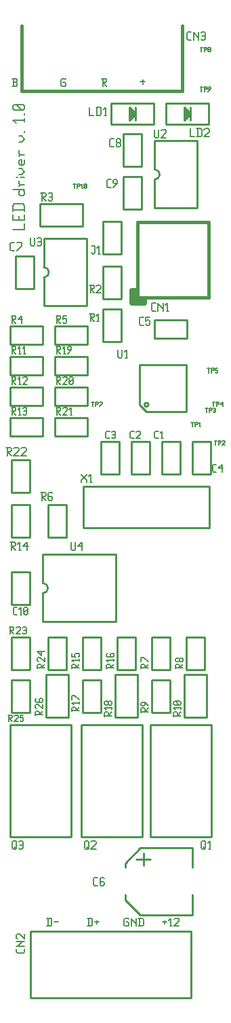
<source format=gbr>
G04 start of page 8 for group -4079 idx -4079 *
G04 Title: LED driver v. 0.1, topsilk *
G04 Creator: pcb 1.99x *
G04 CreationDate: Sun Jul 26 20:33:58 2009 UTC *
G04 For: davidellsworth *
G04 Format: Gerber/RS-274X *
G04 PCB-Dimensions: 113000 481000 *
G04 PCB-Coordinate-Origin: lower left *
%MOIN*%
%FSLAX24Y24*%
%LNFRONTSILK*%
%ADD16C,0.0100*%
%ADD22C,0.0250*%
%ADD45C,0.0070*%
%ADD46C,0.0150*%
G54D45*X2448Y4104D02*Y3720D01*
X2592Y4104D02*X2640Y4056D01*
Y3768D01*
X2592Y3720D02*X2640Y3768D01*
X2400Y3720D02*X2592D01*
X2400Y4104D02*X2592D01*
X2755Y3912D02*X2947D01*
X4448Y4104D02*Y3720D01*
X4592Y4104D02*X4640Y4056D01*
Y3768D01*
X4592Y3720D02*X4640Y3768D01*
X4400Y3720D02*X4592D01*
X4400Y4104D02*X4592D01*
X4755Y3912D02*X4947D01*
X4851Y4008D02*Y3816D01*
X740Y37900D02*X1300D01*
Y38180D02*Y37900D01*
X1020Y38558D02*Y38348D01*
X1300Y38628D02*Y38348D01*
X740D02*X1300D01*
X740Y38628D02*Y38348D01*
Y38866D02*X1300D01*
X740Y39076D02*X810Y39146D01*
X1230D01*
X1300Y39076D02*X1230Y39146D01*
X1300Y39076D02*Y38796D01*
X740Y39076D02*Y38796D01*
Y39846D02*X1300D01*
Y39776D02*X1230Y39846D01*
X1300Y39776D02*Y39636D01*
X1230Y39566D02*X1300Y39636D01*
X1090Y39566D02*X1230D01*
X1090D02*X1020Y39636D01*
Y39776D02*Y39636D01*
Y39776D02*X1090Y39846D01*
Y40084D02*X1300D01*
X1090D02*X1020Y40154D01*
Y40294D02*Y40154D01*
Y40014D02*X1090Y40084D01*
X880Y40462D02*X950D01*
X1090D02*X1300D01*
X1020Y40602D02*X1160D01*
X1300Y40742D01*
X1160Y40882D01*
X1020D02*X1160D01*
X1300Y41330D02*Y41120D01*
X1230Y41050D02*X1300Y41120D01*
X1090Y41050D02*X1230D01*
X1090D02*X1020Y41120D01*
Y41260D02*Y41120D01*
Y41260D02*X1090Y41330D01*
X1160D02*Y41050D01*
X1090Y41330D02*X1160D01*
X1090Y41569D02*X1300D01*
X1090D02*X1020Y41639D01*
Y41779D02*Y41639D01*
Y41499D02*X1090Y41569D01*
X1020Y42199D02*X1160D01*
X1300Y42339D01*
X1160Y42479D01*
X1020D02*X1160D01*
X1300Y42717D02*Y42647D01*
Y43347D02*Y43207D01*
X740Y43277D02*X1300D01*
X880Y43137D02*X740Y43277D01*
X1300Y43585D02*Y43515D01*
X1230Y43753D02*X1300Y43823D01*
X810Y43753D02*X1230D01*
X810D02*X740Y43823D01*
Y43963D02*Y43823D01*
Y43963D02*X810Y44033D01*
X1230D01*
X1300Y43963D02*X1230Y44033D01*
X1300Y43963D02*Y43823D01*
X1160Y43753D02*X880Y44033D01*
X7000Y45146D02*X7236D01*
X7118Y45264D02*Y45028D01*
X3292Y45304D02*X3340Y45256D01*
X3148Y45304D02*X3292D01*
X3100Y45256D02*X3148Y45304D01*
X3100Y45256D02*Y44968D01*
X3148Y44920D01*
X3292D01*
X3340Y44968D01*
Y45064D02*Y44968D01*
X3292Y45112D02*X3340Y45064D01*
X3196Y45112D02*X3292D01*
X5100Y45304D02*X5292D01*
X5340Y45256D01*
Y45160D01*
X5292Y45112D02*X5340Y45160D01*
X5148Y45112D02*X5292D01*
X5148Y45304D02*Y44920D01*
Y45112D02*X5340Y44920D01*
X700D02*X892D01*
X940Y44968D01*
Y45064D02*Y44968D01*
X892Y45112D02*X940Y45064D01*
X748Y45112D02*X892D01*
X748Y45304D02*Y44920D01*
X700Y45304D02*X892D01*
X940Y45256D01*
Y45160D01*
X892Y45112D02*X940Y45160D01*
X6392Y4104D02*X6440Y4056D01*
X6248Y4104D02*X6392D01*
X6200Y4056D02*X6248Y4104D01*
X6200Y4056D02*Y3768D01*
X6248Y3720D01*
X6392D01*
X6440Y3768D01*
Y3864D02*Y3768D01*
X6392Y3912D02*X6440Y3864D01*
X6296Y3912D02*X6392D01*
X6555Y4104D02*Y3720D01*
Y4104D02*Y4056D01*
X6795Y3816D01*
Y4104D02*Y3720D01*
X6958Y4104D02*Y3720D01*
X7102Y4104D02*X7150Y4056D01*
Y3768D01*
X7102Y3720D02*X7150Y3768D01*
X6910Y3720D02*X7102D01*
X6910Y4104D02*X7102D01*
X8100Y3912D02*X8292D01*
X8196Y4008D02*Y3816D01*
X8455Y3720D02*X8551D01*
X8503Y4104D02*Y3720D01*
X8407Y4008D02*X8503Y4104D01*
X8666Y4056D02*X8714Y4104D01*
X8858D01*
X8906Y4056D01*
Y3960D01*
X8666Y3720D02*X8906Y3960D01*
X8666Y3720D02*X8906D01*
G54D16*X9550Y27500D02*Y25900D01*
Y27500D02*X10450D01*
Y25900D01*
X9550D02*X10450D01*
X4200Y23250D02*X10400D01*
Y25300D02*Y23250D01*
X4200Y25300D02*X10400D01*
X4200D02*Y23250D01*
X8950Y27500D02*Y25900D01*
X8050D02*X8950D01*
X8050Y27500D02*Y25900D01*
Y27500D02*X8950D01*
X5050D02*Y25900D01*
Y27500D02*X5950D01*
Y25900D01*
X5050D02*X5950D01*
X7450Y27500D02*Y25900D01*
X6550D02*X7450D01*
X6550Y27500D02*Y25900D01*
Y27500D02*X7450D01*
X6950Y31250D02*Y29300D01*
X7300Y28950D01*
X9250Y31250D02*Y28950D01*
X7300D02*X9250D01*
X6950Y31250D02*X9250D01*
X7300Y29200D02*G75*G03X7300Y29200I0J100D01*G01*
X7700Y32550D02*X9300D01*
X7700Y33450D02*Y32550D01*
Y33450D02*X9300D01*
Y32550D01*
X4400Y33150D02*X2800D01*
X4400Y32250D02*Y33150D01*
X2800Y32250D02*X4400D01*
X2800Y33150D02*Y32250D01*
X4150Y15800D02*Y14200D01*
Y15800D02*X5050D01*
Y14200D01*
X4150D02*X5050D01*
X5750Y13950D02*X6850D01*
X5750Y16050D02*Y13950D01*
Y16050D02*X6850D01*
Y13950D01*
X650Y15800D02*Y14200D01*
Y15800D02*X1550D01*
Y14200D01*
X650D02*X1550D01*
X2350Y13950D02*X3450D01*
X2350Y16050D02*Y13950D01*
Y16050D02*X3450D01*
Y13950D01*
X9150D02*X10250D01*
X9150Y16050D02*Y13950D01*
Y16050D02*X10250D01*
Y13950D01*
X7550Y15800D02*Y14200D01*
Y15800D02*X8450D01*
Y14200D01*
X7550D02*X8450D01*
X4100Y8100D02*X7100D01*
X4100Y13600D02*X7100D01*
X4100D02*Y8100D01*
X7100Y13600D02*Y8100D01*
X600D02*X3600D01*
X600Y13600D02*X3600D01*
X600D02*Y8100D01*
X3600Y13600D02*Y8100D01*
X9550Y7550D02*X7000D01*
X9550D02*Y6600D01*
Y5250D02*Y4250D01*
X7000D01*
X6250Y5000D02*X7000Y4250D01*
Y7550D02*X6250Y6800D01*
Y6600D01*
Y5250D02*Y5000D01*
X6800Y7000D02*X7500D01*
X7150Y7300D02*Y6700D01*
X9484Y3474D02*Y207D01*
X1610Y3474D02*X9484D01*
X1610D02*Y207D01*
X9484D01*
X7500Y8100D02*X10500D01*
X7500Y13600D02*X10500D01*
X7500D02*Y8100D01*
X10500Y13600D02*Y8100D01*
X9250Y17900D02*Y16300D01*
Y17900D02*X10150D01*
Y16300D01*
X9250D02*X10150D01*
X7550Y17900D02*Y16300D01*
Y17900D02*X8450D01*
Y16300D01*
X7550D02*X8450D01*
X650Y17900D02*Y16300D01*
Y17900D02*X1550D01*
Y16300D01*
X650D02*X1550D01*
X2450Y17900D02*Y16300D01*
Y17900D02*X3350D01*
Y16300D01*
X2450D02*X3350D01*
X650Y21100D02*Y19500D01*
Y21100D02*X1550D01*
Y19500D01*
X650D02*X1550D01*
X5850Y17900D02*Y16300D01*
Y17900D02*X6750D01*
Y16300D01*
X5850D02*X6750D01*
X4150Y17900D02*Y16300D01*
Y17900D02*X5050D01*
Y16300D01*
X4150D02*X5050D01*
X2200Y21950D02*Y20550D01*
Y20050D02*Y18650D01*
Y21950D02*X5800D01*
Y18650D01*
X2200D02*X5800D01*
X2200Y20050D02*G75*G03X2200Y20550I0J250D01*G01*
X650Y26600D02*Y25000D01*
Y26600D02*X1550D01*
Y25000D01*
X650D02*X1550D01*
X2450Y24400D02*Y22800D01*
Y24400D02*X3350D01*
Y22800D01*
X2450D02*X3350D01*
X650Y24400D02*Y22800D01*
Y24400D02*X1550D01*
Y22800D01*
X650D02*X1550D01*
X5150Y38300D02*Y36700D01*
Y38300D02*X6050D01*
Y36700D01*
X5150D02*X6050D01*
X1750Y36600D02*Y35000D01*
X850D02*X1750D01*
X850Y36600D02*Y35000D01*
Y36600D02*X1750D01*
X2250Y37450D02*Y36050D01*
Y35550D02*Y34150D01*
Y37450D02*X4350D01*
Y34150D01*
X2250D02*X4350D01*
X2250Y35550D02*G75*G03X2250Y36050I0J250D01*G01*
X5150Y36100D02*Y34500D01*
Y36100D02*X6050D01*
Y34500D01*
X5150D02*X6050D01*
X2200Y31650D02*X600D01*
X2200Y30750D02*Y31650D01*
X600Y30750D02*X2200D01*
X600Y31650D02*Y30750D01*
X2200Y30150D02*X600D01*
X2200Y29250D02*Y30150D01*
X600Y29250D02*X2200D01*
X600Y30150D02*Y29250D01*
X2800Y31650D02*X4400D01*
Y30750D01*
X2800D02*X4400D01*
X2800Y31650D02*Y30750D01*
Y30150D02*X4400D01*
Y29250D01*
X2800D02*X4400D01*
X2800Y30150D02*Y29250D01*
X5150Y34000D02*Y32400D01*
Y34000D02*X6050D01*
Y32400D01*
X5150D02*X6050D01*
X2800Y28650D02*X4400D01*
Y27750D01*
X2800D02*X4400D01*
X2800Y28650D02*Y27750D01*
X2200Y33150D02*X600D01*
X2200Y32250D02*Y33150D01*
X600Y32250D02*X2200D01*
X600Y33150D02*Y32250D01*
X2200Y28650D02*X600D01*
X2200Y27750D02*Y28650D01*
X600Y27750D02*X2200D01*
X600Y28650D02*Y27750D01*
X6600Y43700D02*Y43450D01*
X6550Y43750D02*Y43400D01*
X6500Y43850D02*Y43350D01*
X6450Y43900D02*X6750Y43600D01*
X6450Y43900D02*Y43250D01*
X6750Y43550D02*X6450Y43250D01*
X6750Y43900D02*Y43250D01*
X6700Y43600D02*Y43550D01*
X5550Y44100D02*X7650D01*
X6650Y43650D02*Y43500D01*
X5550Y43050D02*X7650D01*
X5550Y44100D02*Y43050D01*
X7650Y44100D02*Y43050D01*
X9300Y43700D02*Y43450D01*
X9250Y43750D02*Y43400D01*
X9200Y43850D02*Y43350D01*
X9150Y43900D02*X9450Y43600D01*
X9150Y43900D02*Y43250D01*
X9450Y43550D02*X9150Y43250D01*
X9450Y43900D02*Y43250D01*
X9400Y43600D02*Y43550D01*
X8250Y44100D02*X10350D01*
X9350Y43650D02*Y43500D01*
X8250Y43050D02*X10350D01*
X8250Y44100D02*Y43050D01*
X10350Y44100D02*Y43050D01*
G54D46*X1150Y47900D02*Y44700D01*
X9000D01*
X9050Y47900D02*Y44700D01*
G54D16*X7050Y42600D02*Y41000D01*
X6150D02*X7050D01*
X6150Y42600D02*Y41000D01*
Y42600D02*X7050D01*
X6150Y40500D02*Y38900D01*
Y40500D02*X7050D01*
Y38900D01*
X6150D02*X7050D01*
X2050Y39150D02*Y38050D01*
Y39150D02*X4150D01*
Y38050D01*
X2050D02*X4150D01*
X7700Y42250D02*Y40850D01*
Y40350D02*Y38950D01*
Y42250D02*X9800D01*
Y38950D01*
X7700D02*X9800D01*
X7700Y40350D02*G75*G03X7700Y40850I0J250D01*G01*
G54D22*X6600Y34450D02*X7200D01*
X6750Y34900D02*Y34300D01*
X6600Y34900D02*Y34300D01*
Y34900D02*X6800D01*
X7200Y34300D02*Y34500D01*
X6600Y34300D02*X7200D01*
G54D46*X6850Y34550D02*Y38250D01*
X10350D02*Y34550D01*
X6850D01*
Y38250D02*X10350D01*
G54D45*X400Y27200D02*X600D01*
X650Y27150D01*
Y27050D01*
X600Y27000D02*X650Y27050D01*
X450Y27000D02*X600D01*
X450Y27200D02*Y26800D01*
Y27000D02*X650Y26800D01*
X770Y27150D02*X820Y27200D01*
X970D01*
X1020Y27150D01*
Y27050D01*
X770Y26800D02*X1020Y27050D01*
X770Y26800D02*X1020D01*
X1140Y27150D02*X1190Y27200D01*
X1340D01*
X1390Y27150D01*
Y27050D01*
X1140Y26800D02*X1390Y27050D01*
X1140Y26800D02*X1390D01*
X10594Y26005D02*X10728D01*
X10550Y26049D02*X10594Y26005D01*
X10550Y26316D02*Y26049D01*
Y26316D02*X10594Y26361D01*
X10728D01*
X10834Y26183D02*X11012Y26361D01*
X10834Y26183D02*X11057D01*
X11012Y26361D02*Y26005D01*
X4100Y25900D02*Y25850D01*
X4350Y25600D01*
Y25500D01*
X4100Y25600D02*Y25500D01*
Y25600D02*X4350Y25850D01*
Y25900D02*Y25850D01*
X4520Y25500D02*X4620D01*
X4570Y25900D02*Y25500D01*
X4470Y25800D02*X4570Y25900D01*
X2100Y25000D02*X2300D01*
X2350Y24950D01*
Y24850D01*
X2300Y24800D02*X2350Y24850D01*
X2150Y24800D02*X2300D01*
X2150Y25000D02*Y24600D01*
Y24800D02*X2350Y24600D01*
X2620Y25000D02*X2670Y24950D01*
X2520Y25000D02*X2620D01*
X2470Y24950D02*X2520Y25000D01*
X2470Y24950D02*Y24650D01*
X2520Y24600D01*
X2620Y24800D02*X2670Y24750D01*
X2470Y24800D02*X2620D01*
X2520Y24600D02*X2620D01*
X2670Y24650D01*
Y24750D02*Y24650D01*
X10650Y27544D02*X10762D01*
X10706D02*Y27320D01*
X10857Y27544D02*Y27320D01*
X10829Y27544D02*X10941D01*
X10969Y27516D01*
Y27460D01*
X10941Y27432D02*X10969Y27460D01*
X10857Y27432D02*X10941D01*
X11036Y27516D02*X11064Y27544D01*
X11148D01*
X11176Y27516D01*
Y27460D01*
X11036Y27320D02*X11176Y27460D01*
X11036Y27320D02*X11176D01*
X2850Y29161D02*X3028D01*
X3072Y29116D01*
Y29027D01*
X3028Y28983D02*X3072Y29027D01*
X2894Y28983D02*X3028D01*
X2894Y29161D02*Y28805D01*
Y28983D02*X3072Y28805D01*
X3179Y29116D02*X3223Y29161D01*
X3357D01*
X3401Y29116D01*
Y29027D01*
X3179Y28805D02*X3401Y29027D01*
X3179Y28805D02*X3401D01*
X3553D02*X3642D01*
X3597Y29161D02*Y28805D01*
X3508Y29072D02*X3597Y29161D01*
X650D02*X828D01*
X872Y29116D01*
Y29027D01*
X828Y28983D02*X872Y29027D01*
X694Y28983D02*X828D01*
X694Y29161D02*Y28805D01*
Y28983D02*X872Y28805D01*
X1023D02*X1112D01*
X1068Y29161D02*Y28805D01*
X979Y29072D02*X1068Y29161D01*
X1219Y29116D02*X1264Y29161D01*
X1353D01*
X1397Y29116D01*
Y28849D01*
X1353Y28805D02*X1397Y28849D01*
X1264Y28805D02*X1353D01*
X1219Y28849D02*X1264Y28805D01*
Y28983D02*X1397D01*
X8639Y14178D02*Y14000D01*
Y14178D02*X8683Y14222D01*
X8772D01*
X8817Y14178D02*X8772Y14222D01*
X8817Y14178D02*Y14044D01*
X8639D02*X8995D01*
X8817D02*X8995Y14222D01*
Y14462D02*Y14373D01*
X8639Y14418D02*X8995D01*
X8728Y14329D02*X8639Y14418D01*
X8950Y14569D02*X8995Y14614D01*
X8683Y14569D02*X8950D01*
X8683D02*X8639Y14614D01*
Y14703D02*Y14614D01*
Y14703D02*X8683Y14747D01*
X8950D01*
X8995Y14703D02*X8950Y14747D01*
X8995Y14703D02*Y14614D01*
X8906Y14569D02*X8728Y14747D01*
X8739Y16528D02*Y16350D01*
Y16528D02*X8783Y16572D01*
X8872D01*
X8917Y16528D02*X8872Y16572D01*
X8917Y16528D02*Y16394D01*
X8739D02*X9095D01*
X8917D02*X9095Y16572D01*
X9050Y16679D02*X9095Y16723D01*
X8961Y16679D02*X9050D01*
X8961D02*X8917Y16723D01*
Y16812D02*Y16723D01*
Y16812D02*X8961Y16857D01*
X9050D01*
X9095Y16812D02*X9050Y16857D01*
X9095Y16812D02*Y16723D01*
X8872Y16679D02*X8917Y16723D01*
X8783Y16679D02*X8872D01*
X8783D02*X8739Y16723D01*
Y16812D02*Y16723D01*
Y16812D02*X8783Y16857D01*
X8872D01*
X8917Y16812D02*X8872Y16857D01*
X7039Y14378D02*Y14200D01*
Y14378D02*X7083Y14422D01*
X7172D01*
X7217Y14378D02*X7172Y14422D01*
X7217Y14378D02*Y14244D01*
X7039D02*X7395D01*
X7217D02*X7395Y14422D01*
Y14529D02*X7217Y14707D01*
X7083D02*X7217D01*
X7039Y14662D02*X7083Y14707D01*
X7039Y14662D02*Y14573D01*
X7083Y14529D02*X7039Y14573D01*
X7083Y14529D02*X7172D01*
X7217Y14573D01*
Y14707D02*Y14573D01*
X4250Y7850D02*Y7550D01*
Y7850D02*X4300Y7900D01*
X4400D01*
X4450Y7850D01*
Y7550D01*
X4400Y7500D02*X4450Y7550D01*
X4300Y7500D02*X4400D01*
X4250Y7550D02*X4300Y7500D01*
X4350Y7600D02*X4450Y7500D01*
X4570Y7850D02*X4620Y7900D01*
X4770D01*
X4820Y7850D01*
Y7750D01*
X4570Y7500D02*X4820Y7750D01*
X4570Y7500D02*X4820D01*
X4750Y5700D02*X4900D01*
X4700Y5750D02*X4750Y5700D01*
X4700Y6050D02*Y5750D01*
Y6050D02*X4750Y6100D01*
X4900D01*
X5170D02*X5220Y6050D01*
X5070Y6100D02*X5170D01*
X5020Y6050D02*X5070Y6100D01*
X5020Y6050D02*Y5750D01*
X5070Y5700D01*
X5170Y5900D02*X5220Y5850D01*
X5020Y5900D02*X5170D01*
X5070Y5700D02*X5170D01*
X5220Y5750D01*
Y5850D02*Y5750D01*
X10000Y7850D02*Y7550D01*
Y7850D02*X10050Y7900D01*
X10150D01*
X10200Y7850D01*
Y7550D01*
X10150Y7500D02*X10200Y7550D01*
X10050Y7500D02*X10150D01*
X10000Y7550D02*X10050Y7500D01*
X10100Y7600D02*X10200Y7500D01*
X10370D02*X10470D01*
X10420Y7900D02*Y7500D01*
X10320Y7800D02*X10420Y7900D01*
X700Y7850D02*Y7550D01*
Y7850D02*X750Y7900D01*
X850D01*
X900Y7850D01*
Y7550D01*
X850Y7500D02*X900Y7550D01*
X750Y7500D02*X850D01*
X700Y7550D02*X750Y7500D01*
X800Y7600D02*X900Y7500D01*
X1020Y7850D02*X1070Y7900D01*
X1170D01*
X1220Y7850D01*
Y7550D01*
X1170Y7500D02*X1220Y7550D01*
X1070Y7500D02*X1170D01*
X1020Y7550D02*X1070Y7500D01*
Y7700D02*X1220D01*
X1300Y2600D02*Y2450D01*
X1250Y2400D02*X1300Y2450D01*
X950Y2400D02*X1250D01*
X950D02*X900Y2450D01*
Y2600D02*Y2450D01*
Y2720D02*X1300D01*
X900D02*X950D01*
X1200Y2970D01*
X900D02*X1300D01*
X950Y3090D02*X900Y3140D01*
Y3290D02*Y3140D01*
Y3290D02*X950Y3340D01*
X1050D01*
X1300Y3090D02*X1050Y3340D01*
X1300D02*Y3090D01*
X3639Y14428D02*Y14250D01*
Y14428D02*X3683Y14472D01*
X3772D01*
X3817Y14428D02*X3772Y14472D01*
X3817Y14428D02*Y14294D01*
X3639D02*X3995D01*
X3817D02*X3995Y14472D01*
Y14712D02*Y14623D01*
X3639Y14668D02*X3995D01*
X3728Y14579D02*X3639Y14668D01*
X3995Y14819D02*X3772Y15042D01*
X3639D02*X3772D01*
X3639D02*Y14819D01*
X5239Y14178D02*Y14000D01*
Y14178D02*X5283Y14222D01*
X5372D01*
X5417Y14178D02*X5372Y14222D01*
X5417Y14178D02*Y14044D01*
X5239D02*X5595D01*
X5417D02*X5595Y14222D01*
Y14462D02*Y14373D01*
X5239Y14418D02*X5595D01*
X5328Y14329D02*X5239Y14418D01*
X5550Y14569D02*X5595Y14614D01*
X5461Y14569D02*X5550D01*
X5461D02*X5417Y14614D01*
Y14703D02*Y14614D01*
Y14703D02*X5461Y14747D01*
X5550D01*
X5595Y14703D02*X5550Y14747D01*
X5595Y14703D02*Y14614D01*
X5372Y14569D02*X5417Y14614D01*
X5283Y14569D02*X5372D01*
X5283D02*X5239Y14614D01*
Y14703D02*Y14614D01*
Y14703D02*X5283Y14747D01*
X5372D01*
X5417Y14703D02*X5372Y14747D01*
X1839Y14228D02*Y14050D01*
Y14228D02*X1883Y14272D01*
X1972D01*
X2017Y14228D02*X1972Y14272D01*
X2017Y14228D02*Y14094D01*
X1839D02*X2195D01*
X2017D02*X2195Y14272D01*
X1883Y14379D02*X1839Y14423D01*
Y14557D02*Y14423D01*
Y14557D02*X1883Y14601D01*
X1972D01*
X2195Y14379D02*X1972Y14601D01*
X2195D02*Y14379D01*
X1839Y14842D02*X1883Y14886D01*
X1839Y14842D02*Y14753D01*
X1883Y14708D02*X1839Y14753D01*
X1883Y14708D02*X2150D01*
X2195Y14753D01*
X2017Y14842D02*X2061Y14886D01*
X2017Y14842D02*Y14708D01*
X2195Y14842D02*Y14753D01*
Y14842D02*X2150Y14886D01*
X2061D02*X2150D01*
X5339Y16528D02*Y16350D01*
Y16528D02*X5383Y16572D01*
X5472D01*
X5517Y16528D02*X5472Y16572D01*
X5517Y16528D02*Y16394D01*
X5339D02*X5695D01*
X5517D02*X5695Y16572D01*
Y16812D02*Y16723D01*
X5339Y16768D02*X5695D01*
X5428Y16679D02*X5339Y16768D01*
Y17053D02*X5383Y17097D01*
X5339Y17053D02*Y16964D01*
X5383Y16919D02*X5339Y16964D01*
X5383Y16919D02*X5650D01*
X5695Y16964D01*
X5517Y17053D02*X5561Y17097D01*
X5517Y17053D02*Y16919D01*
X5695Y17053D02*Y16964D01*
Y17053D02*X5650Y17097D01*
X5561D02*X5650D01*
X3639Y16528D02*Y16350D01*
Y16528D02*X3683Y16572D01*
X3772D01*
X3817Y16528D02*X3772Y16572D01*
X3817Y16528D02*Y16394D01*
X3639D02*X3995D01*
X3817D02*X3995Y16572D01*
Y16812D02*Y16723D01*
X3639Y16768D02*X3995D01*
X3728Y16679D02*X3639Y16768D01*
Y17097D02*Y16919D01*
X3817D01*
X3772Y16964D01*
Y17053D02*Y16964D01*
Y17053D02*X3817Y17097D01*
X3950D01*
X3995Y17053D02*X3950Y17097D01*
X3995Y17053D02*Y16964D01*
X3950Y16919D02*X3995Y16964D01*
X500Y14072D02*X656D01*
X695Y14033D01*
Y13955D01*
X656Y13916D02*X695Y13955D01*
X539Y13916D02*X656D01*
X539Y14072D02*Y13760D01*
Y13916D02*X695Y13760D01*
X788Y14033D02*X827Y14072D01*
X944D01*
X983Y14033D01*
Y13955D01*
X788Y13760D02*X983Y13955D01*
X788Y13760D02*X983D01*
X1077Y14072D02*X1233D01*
X1077D02*Y13916D01*
X1116Y13955D01*
X1194D01*
X1233Y13916D01*
Y13799D01*
X1194Y13760D02*X1233Y13799D01*
X1116Y13760D02*X1194D01*
X1077Y13799D02*X1116Y13760D01*
X7039Y16528D02*Y16350D01*
Y16528D02*X7083Y16572D01*
X7172D01*
X7217Y16528D02*X7172Y16572D01*
X7217Y16528D02*Y16394D01*
X7039D02*X7395D01*
X7217D02*X7395Y16572D01*
Y16679D02*X7172Y16901D01*
X7039D02*X7172D01*
X7039D02*Y16679D01*
X550Y18411D02*X728D01*
X772Y18366D01*
Y18277D01*
X728Y18233D02*X772Y18277D01*
X594Y18233D02*X728D01*
X594Y18411D02*Y18055D01*
Y18233D02*X772Y18055D01*
X879Y18366D02*X923Y18411D01*
X1057D01*
X1101Y18366D01*
Y18277D01*
X879Y18055D02*X1101Y18277D01*
X879Y18055D02*X1101D01*
X1208Y18366D02*X1253Y18411D01*
X1342D01*
X1386Y18366D01*
Y18099D01*
X1342Y18055D02*X1386Y18099D01*
X1253Y18055D02*X1342D01*
X1208Y18099D02*X1253Y18055D01*
Y18233D02*X1386D01*
X1939Y16528D02*Y16350D01*
Y16528D02*X1983Y16572D01*
X2072D01*
X2117Y16528D02*X2072Y16572D01*
X2117Y16528D02*Y16394D01*
X1939D02*X2295D01*
X2117D02*X2295Y16572D01*
X1983Y16679D02*X1939Y16723D01*
Y16857D02*Y16723D01*
Y16857D02*X1983Y16901D01*
X2072D01*
X2295Y16679D02*X2072Y16901D01*
X2295D02*Y16679D01*
X2117Y17008D02*X1939Y17186D01*
X2117Y17231D02*Y17008D01*
X1939Y17186D02*X2295D01*
X794Y19005D02*X928D01*
X750Y19049D02*X794Y19005D01*
X750Y19316D02*Y19049D01*
Y19316D02*X794Y19361D01*
X928D01*
X1079Y19005D02*X1168D01*
X1123Y19361D02*Y19005D01*
X1034Y19272D02*X1123Y19361D01*
X1275Y19049D02*X1319Y19005D01*
X1275Y19316D02*Y19049D01*
Y19316D02*X1319Y19361D01*
X1408D01*
X1453Y19316D01*
Y19049D01*
X1408Y19005D02*X1453Y19049D01*
X1319Y19005D02*X1408D01*
X1275Y19094D02*X1453Y19272D01*
X600Y22550D02*X800D01*
X850Y22500D01*
Y22400D01*
X800Y22350D02*X850Y22400D01*
X650Y22350D02*X800D01*
X650Y22550D02*Y22150D01*
Y22350D02*X850Y22150D01*
X1020D02*X1120D01*
X1070Y22550D02*Y22150D01*
X970Y22450D02*X1070Y22550D01*
X1240Y22350D02*X1440Y22550D01*
X1240Y22350D02*X1490D01*
X1440Y22550D02*Y22150D01*
X3600Y22550D02*Y22200D01*
X3650Y22150D01*
X3750D01*
X3800Y22200D01*
Y22550D02*Y22200D01*
X3920Y22350D02*X4120Y22550D01*
X3920Y22350D02*X4170D01*
X4120Y22550D02*Y22150D01*
X3700Y40144D02*X3812D01*
X3756D02*Y39920D01*
X3907Y40144D02*Y39920D01*
X3879Y40144D02*X3991D01*
X4019Y40116D01*
Y40060D01*
X3991Y40032D02*X4019Y40060D01*
X3907Y40032D02*X3991D01*
X4114Y39920D02*X4170D01*
X4142Y40144D02*Y39920D01*
X4086Y40088D02*X4142Y40144D01*
X4237Y39948D02*X4265Y39920D01*
X4237Y40116D02*Y39948D01*
Y40116D02*X4265Y40144D01*
X4321D01*
X4349Y40116D01*
Y39948D01*
X4321Y39920D02*X4349Y39948D01*
X4265Y39920D02*X4321D01*
X4237Y39976D02*X4349Y40088D01*
X4600Y37100D02*X4750D01*
Y36750D01*
X4700Y36700D02*X4750Y36750D01*
X4650Y36700D02*X4700D01*
X4600Y36750D02*X4650Y36700D01*
X4920D02*X5020D01*
X4970Y37100D02*Y36700D01*
X4870Y37000D02*X4970Y37100D01*
X650Y36850D02*X800D01*
X600Y36900D02*X650Y36850D01*
X600Y37200D02*Y36900D01*
Y37200D02*X650Y37250D01*
X800D01*
X920Y36850D02*X1170Y37100D01*
Y37250D02*Y37100D01*
X920Y37250D02*X1170D01*
X1600Y37500D02*Y37150D01*
X1650Y37100D01*
X1750D01*
X1800Y37150D01*
Y37500D02*Y37150D01*
X1920Y37450D02*X1970Y37500D01*
X2070D01*
X2120Y37450D01*
Y37150D01*
X2070Y37100D02*X2120Y37150D01*
X1970Y37100D02*X2070D01*
X1920Y37150D02*X1970Y37100D01*
Y37300D02*X2120D01*
X2100Y39700D02*X2300D01*
X2350Y39650D01*
Y39550D01*
X2300Y39500D02*X2350Y39550D01*
X2150Y39500D02*X2300D01*
X2150Y39700D02*Y39300D01*
Y39500D02*X2350Y39300D01*
X2470Y39650D02*X2520Y39700D01*
X2620D01*
X2670Y39650D01*
Y39350D01*
X2620Y39300D02*X2670Y39350D01*
X2520Y39300D02*X2620D01*
X2470Y39350D02*X2520Y39300D01*
Y39500D02*X2670D01*
X9950Y44894D02*X10062D01*
X10006D02*Y44670D01*
X10157Y44894D02*Y44670D01*
X10129Y44894D02*X10241D01*
X10269Y44866D01*
Y44810D01*
X10241Y44782D02*X10269Y44810D01*
X10157Y44782D02*X10241D01*
X10336Y44670D02*X10448Y44782D01*
Y44866D02*Y44782D01*
X10420Y44894D02*X10448Y44866D01*
X10364Y44894D02*X10420D01*
X10336Y44866D02*X10364Y44894D01*
X10336Y44866D02*Y44810D01*
X10364Y44782D01*
X10448D01*
X9450Y42850D02*Y42450D01*
X9650D01*
X9820Y42850D02*Y42450D01*
X9970Y42850D02*X10020Y42800D01*
Y42500D01*
X9970Y42450D02*X10020Y42500D01*
X9770Y42450D02*X9970D01*
X9770Y42850D02*X9970D01*
X10140Y42800D02*X10190Y42850D01*
X10340D01*
X10390Y42800D01*
Y42700D01*
X10140Y42450D02*X10390Y42700D01*
X10140Y42450D02*X10390D01*
X7700Y42800D02*Y42450D01*
X7750Y42400D01*
X7850D01*
X7900Y42450D01*
Y42800D02*Y42450D01*
X8020Y42750D02*X8070Y42800D01*
X8220D01*
X8270Y42750D01*
Y42650D01*
X8020Y42400D02*X8270Y42650D01*
X8020Y42400D02*X8270D01*
X9950Y46844D02*X10062D01*
X10006D02*Y46620D01*
X10157Y46844D02*Y46620D01*
X10129Y46844D02*X10241D01*
X10269Y46816D01*
Y46760D01*
X10241Y46732D02*X10269Y46760D01*
X10157Y46732D02*X10241D01*
X10336Y46648D02*X10364Y46620D01*
X10336Y46704D02*Y46648D01*
Y46704D02*X10364Y46732D01*
X10420D01*
X10448Y46704D01*
Y46648D01*
X10420Y46620D02*X10448Y46648D01*
X10364Y46620D02*X10420D01*
X10336Y46760D02*X10364Y46732D01*
X10336Y46816D02*Y46760D01*
Y46816D02*X10364Y46844D01*
X10420D01*
X10448Y46816D01*
Y46760D01*
X10420Y46732D02*X10448Y46760D01*
X9350Y47200D02*X9500D01*
X9300Y47250D02*X9350Y47200D01*
X9300Y47550D02*Y47250D01*
Y47550D02*X9350Y47600D01*
X9500D01*
X9620D02*Y47200D01*
Y47600D02*Y47550D01*
X9870Y47300D01*
Y47600D02*Y47200D01*
X9990Y47550D02*X10040Y47600D01*
X10140D01*
X10190Y47550D01*
Y47250D01*
X10140Y47200D02*X10190Y47250D01*
X10040Y47200D02*X10140D01*
X9990Y47250D02*X10040Y47200D01*
Y47400D02*X10190D01*
X2850Y32161D02*X3028D01*
X3072Y32116D01*
Y32027D01*
X3028Y31983D02*X3072Y32027D01*
X2894Y31983D02*X3028D01*
X2894Y32161D02*Y31805D01*
Y31983D02*X3072Y31805D01*
X3223D02*X3312D01*
X3268Y32161D02*Y31805D01*
X3179Y32072D02*X3268Y32161D01*
X3419Y31805D02*X3597Y31983D01*
Y32116D02*Y31983D01*
X3553Y32161D02*X3597Y32116D01*
X3464Y32161D02*X3553D01*
X3419Y32116D02*X3464Y32161D01*
X3419Y32116D02*Y32027D01*
X3464Y31983D01*
X3597D01*
X650Y32161D02*X828D01*
X872Y32116D01*
Y32027D01*
X828Y31983D02*X872Y32027D01*
X694Y31983D02*X828D01*
X694Y32161D02*Y31805D01*
Y31983D02*X872Y31805D01*
X1023D02*X1112D01*
X1068Y32161D02*Y31805D01*
X979Y32072D02*X1068Y32161D01*
X1264Y31805D02*X1353D01*
X1308Y32161D02*Y31805D01*
X1219Y32072D02*X1308Y32161D01*
X4500Y35161D02*X4678D01*
X4722Y35116D01*
Y35027D01*
X4678Y34983D02*X4722Y35027D01*
X4544Y34983D02*X4678D01*
X4544Y35161D02*Y34805D01*
Y34983D02*X4722Y34805D01*
X4829Y35116D02*X4873Y35161D01*
X5007D01*
X5051Y35116D01*
Y35027D01*
X4829Y34805D02*X5051Y35027D01*
X4829Y34805D02*X5051D01*
X4500Y33761D02*X4678D01*
X4722Y33716D01*
Y33627D01*
X4678Y33583D02*X4722Y33627D01*
X4544Y33583D02*X4678D01*
X4544Y33761D02*Y33405D01*
Y33583D02*X4722Y33405D01*
X4873D02*X4962D01*
X4918Y33761D02*Y33405D01*
X4829Y33672D02*X4918Y33761D01*
X650Y33661D02*X828D01*
X872Y33616D01*
Y33527D01*
X828Y33483D02*X872Y33527D01*
X694Y33483D02*X828D01*
X694Y33661D02*Y33305D01*
Y33483D02*X872Y33305D01*
X979Y33483D02*X1157Y33661D01*
X979Y33483D02*X1201D01*
X1157Y33661D02*Y33305D01*
X2850Y33661D02*X3028D01*
X3072Y33616D01*
Y33527D01*
X3028Y33483D02*X3072Y33527D01*
X2894Y33483D02*X3028D01*
X2894Y33661D02*Y33305D01*
Y33483D02*X3072Y33305D01*
X3179Y33661D02*X3357D01*
X3179D02*Y33483D01*
X3223Y33527D01*
X3312D01*
X3357Y33483D01*
Y33349D01*
X3312Y33305D02*X3357Y33349D01*
X3223Y33305D02*X3312D01*
X3179Y33349D02*X3223Y33305D01*
X4500Y43900D02*Y43500D01*
X4700D01*
X4870Y43900D02*Y43500D01*
X5020Y43900D02*X5070Y43850D01*
Y43550D01*
X5020Y43500D02*X5070Y43550D01*
X4820Y43500D02*X5020D01*
X4820Y43900D02*X5020D01*
X5240Y43500D02*X5340D01*
X5290Y43900D02*Y43500D01*
X5190Y43800D02*X5290Y43900D01*
X5550Y41950D02*X5700D01*
X5500Y42000D02*X5550Y41950D01*
X5500Y42300D02*Y42000D01*
Y42300D02*X5550Y42350D01*
X5700D01*
X5820Y42000D02*X5870Y41950D01*
X5820Y42100D02*Y42000D01*
Y42100D02*X5870Y42150D01*
X5970D01*
X6020Y42100D01*
Y42000D01*
X5970Y41950D02*X6020Y42000D01*
X5870Y41950D02*X5970D01*
X5820Y42200D02*X5870Y42150D01*
X5820Y42300D02*Y42200D01*
Y42300D02*X5870Y42350D01*
X5970D01*
X6020Y42300D01*
Y42200D01*
X5970Y42150D02*X6020Y42200D01*
X5400Y39950D02*X5550D01*
X5350Y40000D02*X5400Y39950D01*
X5350Y40300D02*Y40000D01*
Y40300D02*X5400Y40350D01*
X5550D01*
X5670Y39950D02*X5870Y40150D01*
Y40300D02*Y40150D01*
X5820Y40350D02*X5870Y40300D01*
X5720Y40350D02*X5820D01*
X5670Y40300D02*X5720Y40350D01*
X5670Y40300D02*Y40200D01*
X5720Y40150D01*
X5870D01*
X7000Y33200D02*X7150D01*
X6950Y33250D02*X7000Y33200D01*
X6950Y33550D02*Y33250D01*
Y33550D02*X7000Y33600D01*
X7150D01*
X7270D02*X7470D01*
X7270D02*Y33400D01*
X7320Y33450D01*
X7420D01*
X7470Y33400D01*
Y33250D01*
X7420Y33200D02*X7470Y33250D01*
X7320Y33200D02*X7420D01*
X7270Y33250D02*X7320Y33200D01*
X7600Y33900D02*X7750D01*
X7550Y33950D02*X7600Y33900D01*
X7550Y34250D02*Y33950D01*
Y34250D02*X7600Y34300D01*
X7750D01*
X7870D02*Y33900D01*
Y34300D02*Y34250D01*
X8120Y34000D01*
Y34300D02*Y33900D01*
X8290D02*X8390D01*
X8340Y34300D02*Y33900D01*
X8240Y34200D02*X8340Y34300D01*
X9500Y28444D02*X9612D01*
X9556D02*Y28220D01*
X9707Y28444D02*Y28220D01*
X9679Y28444D02*X9791D01*
X9819Y28416D01*
Y28360D01*
X9791Y28332D02*X9819Y28360D01*
X9707Y28332D02*X9791D01*
X9914Y28220D02*X9970D01*
X9942Y28444D02*Y28220D01*
X9886Y28388D02*X9942Y28444D01*
X7744Y27655D02*X7878D01*
X7700Y27699D02*X7744Y27655D01*
X7700Y27966D02*Y27699D01*
Y27966D02*X7744Y28011D01*
X7878D01*
X8029Y27655D02*X8118D01*
X8073Y28011D02*Y27655D01*
X7984Y27922D02*X8073Y28011D01*
X5344Y27655D02*X5478D01*
X5300Y27699D02*X5344Y27655D01*
X5300Y27966D02*Y27699D01*
Y27966D02*X5344Y28011D01*
X5478D01*
X5584Y27966D02*X5629Y28011D01*
X5718D01*
X5762Y27966D01*
Y27699D01*
X5718Y27655D02*X5762Y27699D01*
X5629Y27655D02*X5718D01*
X5584Y27699D02*X5629Y27655D01*
Y27833D02*X5762D01*
X6544Y27655D02*X6678D01*
X6500Y27699D02*X6544Y27655D01*
X6500Y27966D02*Y27699D01*
Y27966D02*X6544Y28011D01*
X6678D01*
X6784Y27966D02*X6829Y28011D01*
X6962D01*
X7007Y27966D01*
Y27877D01*
X6784Y27655D02*X7007Y27877D01*
X6784Y27655D02*X7007D01*
X650Y30661D02*X828D01*
X872Y30616D01*
Y30527D01*
X828Y30483D02*X872Y30527D01*
X694Y30483D02*X828D01*
X694Y30661D02*Y30305D01*
Y30483D02*X872Y30305D01*
X1023D02*X1112D01*
X1068Y30661D02*Y30305D01*
X979Y30572D02*X1068Y30661D01*
X1219Y30616D02*X1264Y30661D01*
X1397D01*
X1442Y30616D01*
Y30527D01*
X1219Y30305D02*X1442Y30527D01*
X1219Y30305D02*X1442D01*
X2850Y30661D02*X3028D01*
X3072Y30616D01*
Y30527D01*
X3028Y30483D02*X3072Y30527D01*
X2894Y30483D02*X3028D01*
X2894Y30661D02*Y30305D01*
Y30483D02*X3072Y30305D01*
X3179Y30616D02*X3223Y30661D01*
X3357D01*
X3401Y30616D01*
Y30527D01*
X3179Y30305D02*X3401Y30527D01*
X3179Y30305D02*X3401D01*
X3508Y30349D02*X3553Y30305D01*
X3508Y30616D02*Y30349D01*
Y30616D02*X3553Y30661D01*
X3642D01*
X3686Y30616D01*
Y30349D01*
X3642Y30305D02*X3686Y30349D01*
X3553Y30305D02*X3642D01*
X3508Y30394D02*X3686Y30572D01*
X4600Y29444D02*X4712D01*
X4656D02*Y29220D01*
X4807Y29444D02*Y29220D01*
X4779Y29444D02*X4891D01*
X4919Y29416D01*
Y29360D01*
X4891Y29332D02*X4919Y29360D01*
X4807Y29332D02*X4891D01*
X4986Y29220D02*X5126Y29360D01*
Y29444D02*Y29360D01*
X4986Y29444D02*X5126D01*
X5900Y32000D02*Y31650D01*
X5950Y31600D01*
X6050D01*
X6100Y31650D01*
Y32000D02*Y31650D01*
X6270Y31600D02*X6370D01*
X6320Y32000D02*Y31600D01*
X6220Y31900D02*X6320Y32000D01*
X10300Y31094D02*X10412D01*
X10356D02*Y30870D01*
X10507Y31094D02*Y30870D01*
X10479Y31094D02*X10591D01*
X10619Y31066D01*
Y31010D01*
X10591Y30982D02*X10619Y31010D01*
X10507Y30982D02*X10591D01*
X10686Y31094D02*X10798D01*
X10686D02*Y30982D01*
X10714Y31010D01*
X10770D01*
X10798Y30982D01*
Y30898D01*
X10770Y30870D02*X10798Y30898D01*
X10714Y30870D02*X10770D01*
X10686Y30898D02*X10714Y30870D01*
X10200Y29144D02*X10312D01*
X10256D02*Y28920D01*
X10407Y29144D02*Y28920D01*
X10379Y29144D02*X10491D01*
X10519Y29116D01*
Y29060D01*
X10491Y29032D02*X10519Y29060D01*
X10407Y29032D02*X10491D01*
X10586Y29116D02*X10614Y29144D01*
X10670D01*
X10698Y29116D01*
Y28948D01*
X10670Y28920D02*X10698Y28948D01*
X10614Y28920D02*X10670D01*
X10586Y28948D02*X10614Y28920D01*
Y29032D02*X10698D01*
X10550Y29444D02*X10662D01*
X10606D02*Y29220D01*
X10757Y29444D02*Y29220D01*
X10729Y29444D02*X10841D01*
X10869Y29416D01*
Y29360D01*
X10841Y29332D02*X10869Y29360D01*
X10757Y29332D02*X10841D01*
X10936D02*X11048Y29444D01*
X10936Y29332D02*X11076D01*
X11048Y29444D02*Y29220D01*
M02*

</source>
